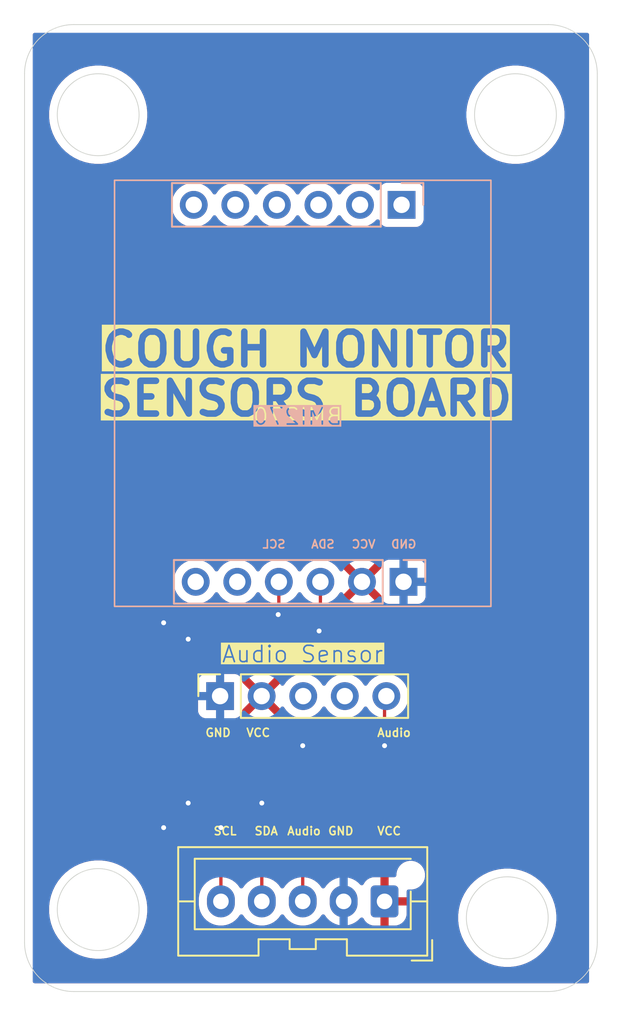
<source format=kicad_pcb>
(kicad_pcb (version 20241229) (generator "pcbnew") (generator_version "9.0")
  (layers (0 "F.Cu" signal) (2 "B.Cu" signal) (13 "F.Paste" user) (15 "B.Paste" user) (5 "F.SilkS" user "F.Silkscreen") (7 "B.SilkS" user "B.Silkscreen") (1 "F.Mask" user) (3 "B.Mask" user) (25 "Edge.Cuts" user))
  (net 0 "")
  (net 2 "GND")
  (net 3 "3.3V")
  (net 5 "/Audio")
  (net 6 "/SCL")
  (net 7 "/SDA")
  (footprint "Connector_JST:JST_XA_B05B-XASK-1-A_1x05_P2.50mm_Vertical" (layer "F.Cu") (at 204 127 180)
    (property "Reference" "J2" (hide yes))
    (property "Value" "Conn_01x05" (hide yes))
    (fp_line (start 12.61 3.31) (end 12.61 -3.31) (stroke (width 0.12)) (layer "F.SilkS"))
    (fp_line (start 12.61 0) (end 11.6 0) (stroke (width 0.12)) (layer "F.SilkS"))
    (fp_line (start 12.61 -3.31) (end 7.7 -3.31) (stroke (width 0.12)) (layer "F.SilkS"))
    (fp_line (start 11.6 2.6) (end -1.6 2.6) (stroke (width 0.12)) (layer "F.SilkS"))
    (fp_line (start 11.6 -1.7) (end 11.6 2.6) (stroke (width 0.12)) (layer "F.SilkS"))
    (fp_line (start 7.7 -2.31) (end 5.8 -2.31) (stroke (width 0.12)) (layer "F.SilkS"))
    (fp_line (start 7.7 -3.31) (end 7.7 -2.31) (stroke (width 0.12)) (layer "F.SilkS"))
    (fp_line (start 5.8 -2.31) (end 5.8 -2.91) (stroke (width 0.12)) (layer "F.SilkS"))
    (fp_line (start 5.8 -2.91) (end 4.2 -2.91) (stroke (width 0.12)) (layer "F.SilkS"))
    (fp_line (start 4.2 -2.31) (end 2.3 -2.31) (stroke (width 0.12)) (layer "F.SilkS"))
    (fp_line (start 4.2 -2.91) (end 4.2 -2.31) (stroke (width 0.12)) (layer "F.SilkS"))
    (fp_line (start 2.3 -2.31) (end 2.3 -3.31) (stroke (width 0.12)) (layer "F.SilkS"))
    (fp_line (start 2.3 -3.31) (end -2.61 -3.31) (stroke (width 0.12)) (layer "F.SilkS"))
    (fp_line (start -1.6 0.6) (end -1.6 -1.7) (stroke (width 0.12)) (layer "F.SilkS"))
    (fp_line (start -1.6 -1.7) (end 11.6 -1.7) (stroke (width 0.12)) (layer "F.SilkS"))
    (fp_line (start -1.66 -3.61) (end -2.91 -3.61) (stroke (width 0.12)) (layer "F.SilkS"))
    (fp_line (start -2.61 3.31) (end 12.61 3.31) (stroke (width 0.12)) (layer "F.SilkS"))
    (fp_line (start -2.61 0) (end -1.6 0) (stroke (width 0.12)) (layer "F.SilkS"))
    (fp_line (start -2.61 -3.31) (end -2.61 3.31) (stroke (width 0.12)) (layer "F.SilkS"))
    (fp_line (start -2.91 -3.61) (end -2.91 -2.36) (stroke (width 0.12)) (layer "F.SilkS"))
    (pad "" np_thru_hole circle (at -1.6 1.6 180) (size 1.25 1.25) (drill 1.25) (layers "*.Cu" "*.Mask"))
    (pad "1" thru_hole roundrect (at 0 0 180) (size 1.7 1.95) (drill 0.95) (layers "*.Cu" "*.Mask") (roundrect_rratio 0.147059) (net 3 "3.3V"))
    (pad "2" thru_hole oval (at 2.5 0 180) (size 1.7 1.95) (drill 0.95) (layers "*.Cu" "*.Mask") (net 2 "GND"))
    (pad "3" thru_hole oval (at 5 0 180) (size 1.7 1.95) (drill 0.95) (layers "*.Cu" "*.Mask") (net 5 "/Audio"))
    (pad "4" thru_hole oval (at 7.5 0 180) (size 1.7 1.95) (drill 0.95) (layers "*.Cu" "*.Mask") (net 7 "/SDA"))
    (pad "5" thru_hole oval (at 10 0 180) (size 1.7 1.95) (drill 0.95) (layers "*.Cu" "*.Mask") (net 6 "/SCL"))
  )
  (footprint "Connector_PinSocket_2.54mm:PinSocket_1x05_P2.54mm_Vertical" (layer "F.Cu") (at 193.95 114.475 90)
    (property "Reference" "J1" (hide yes))
    (property "Value" "Conn_01x05" (hide yes))
    (fp_line (start 1.33 -1.33) (end 1.33 0) (stroke (width 0.12)) (layer "F.SilkS"))
    (fp_line (start 0 -1.33) (end 1.33 -1.33) (stroke (width 0.12)) (layer "F.SilkS"))
    (fp_line (start 1.33 1.27) (end 1.33 11.49) (stroke (width 0.12)) (layer "F.SilkS"))
    (fp_line (start -1.33 1.27) (end 1.33 1.27) (stroke (width 0.12)) (layer "F.SilkS"))
    (fp_line (start -1.33 1.27) (end -1.33 11.49) (stroke (width 0.12)) (layer "F.SilkS"))
    (fp_line (start -1.33 11.49) (end 1.33 11.49) (stroke (width 0.12)) (layer "F.SilkS"))
    (pad "1" thru_hole rect (at 0 0 90) (size 1.7 1.7) (drill 1) (layers "*.Cu" "*.Mask") (net 2 "GND"))
    (pad "2" thru_hole circle (at 0 2.54 90) (size 1.7 1.7) (drill 1) (layers "*.Cu" "*.Mask") (net 3 "3.3V"))
    (pad "3" thru_hole circle (at 0 5.08 90) (size 1.7 1.7) (drill 1) (layers "*.Cu" "*.Mask"))
    (pad "4" thru_hole circle (at 0 7.62 90) (size 1.7 1.7) (drill 1) (layers "*.Cu" "*.Mask"))
    (pad "5" thru_hole circle (at 0 10.16 90) (size 1.7 1.7) (drill 1) (layers "*.Cu" "*.Mask") (net 5 "/Audio"))
  )
  (footprint "Connector_PinSocket_2.54mm:PinSocket_1x06_P2.54mm_Vertical" (layer "B.Cu") (at 205.04 84.5 90)
    (property "Reference" "J3" (hide yes))
    (property "Value" "Conn_01x06" (hide yes))
    (fp_line (start -1.33 -14.03) (end 1.33 -14.03) (stroke (width 0.12)) (layer "B.SilkS"))
    (fp_line (start 1.33 -1.27) (end 1.33 -14.03) (stroke (width 0.12)) (layer "B.SilkS"))
    (fp_line (start -1.33 -1.27) (end -1.33 -14.03) (stroke (width 0.12)) (layer "B.SilkS"))
    (fp_line (start -1.33 -1.27) (end 1.33 -1.27) (stroke (width 0.12)) (layer "B.SilkS"))
    (fp_line (start 1.33 1.33) (end 1.33 0) (stroke (width 0.12)) (layer "B.SilkS"))
    (fp_line (start 0 1.33) (end 1.33 1.33) (stroke (width 0.12)) (layer "B.SilkS"))
    (pad "1" thru_hole rect (at 0 0 90) (size 1.7 1.7) (drill 1) (layers "*.Cu" "*.Mask"))
    (pad "2" thru_hole circle (at 0 -2.54 90) (size 1.7 1.7) (drill 1) (layers "*.Cu" "*.Mask"))
    (pad "3" thru_hole circle (at 0 -5.08 90) (size 1.7 1.7) (drill 1) (layers "*.Cu" "*.Mask"))
    (pad "4" thru_hole circle (at 0 -7.62 90) (size 1.7 1.7) (drill 1) (layers "*.Cu" "*.Mask"))
    (pad "5" thru_hole circle (at 0 -10.16 90) (size 1.7 1.7) (drill 1) (layers "*.Cu" "*.Mask"))
    (pad "6" thru_hole circle (at 0 -12.7 90) (size 1.7 1.7) (drill 1) (layers "*.Cu" "*.Mask"))
  )
  (footprint "Connector_PinSocket_2.54mm:PinSocket_1x06_P2.54mm_Vertical" (layer "B.Cu") (at 205.16 107.5 90)
    (property "Reference" "J4" (hide yes))
    (property "Value" "Conn_01x06" (hide yes))
    (fp_line (start -1.33 -14.03) (end 1.33 -14.03) (stroke (width 0.12)) (layer "B.SilkS"))
    (fp_line (start 1.33 -1.27) (end 1.33 -14.03) (stroke (width 0.12)) (layer "B.SilkS"))
    (fp_line (start -1.33 -1.27) (end -1.33 -14.03) (stroke (width 0.12)) (layer "B.SilkS"))
    (fp_line (start -1.33 -1.27) (end 1.33 -1.27) (stroke (width 0.12)) (layer "B.SilkS"))
    (fp_line (start 1.33 1.33) (end 1.33 0) (stroke (width 0.12)) (layer "B.SilkS"))
    (fp_line (start 0 1.33) (end 1.33 1.33) (stroke (width 0.12)) (layer "B.SilkS"))
    (pad "1" thru_hole rect (at 0 0 90) (size 1.7 1.7) (drill 1) (layers "*.Cu" "*.Mask") (net 2 "GND"))
    (pad "2" thru_hole circle (at 0 -2.54 90) (size 1.7 1.7) (drill 1) (layers "*.Cu" "*.Mask") (net 3 "3.3V"))
    (pad "3" thru_hole circle (at 0 -5.08 90) (size 1.7 1.7) (drill 1) (layers "*.Cu" "*.Mask") (net 7 "/SDA"))
    (pad "4" thru_hole circle (at 0 -7.62 90) (size 1.7 1.7) (drill 1) (layers "*.Cu" "*.Mask") (net 6 "/SCL"))
    (pad "5" thru_hole circle (at 0 -10.16 90) (size 1.7 1.7) (drill 1) (layers "*.Cu" "*.Mask"))
    (pad "6" thru_hole circle (at 0 -12.7 90) (size 1.7 1.7) (drill 1) (layers "*.Cu" "*.Mask"))
  )
  (gr_rect (start 187.5 83) (end 210.5 109) (stroke (width 0.1)) (fill no) (layer "B.SilkS"))
  (gr_circle (center 186.5 79) (end 189 79) (stroke (width 0.05)) (fill no) (layer "Edge.Cuts"))
  (gr_arc (start 185 132.5) (mid 182.87868 131.62132) (end 182 129.5) (stroke (width 0.05)) (layer "Edge.Cuts"))
  (gr_line (start 214 132.5) (end 185 132.5) (stroke (width 0.05)) (layer "Edge.Cuts"))
  (gr_line (start 185 73.5) (end 214 73.5) (stroke (width 0.05)) (layer "Edge.Cuts"))
  (gr_line (start 182 129.5) (end 182 76.5) (stroke (width 0.05)) (layer "Edge.Cuts"))
  (gr_circle (center 212 79) (end 214.5 79) (stroke (width 0.05)) (fill no) (layer "Edge.Cuts"))
  (gr_circle (center 211.5 128) (end 214 128) (stroke (width 0.05)) (fill no) (layer "Edge.Cuts"))
  (gr_arc (start 214 73.5) (mid 216.12132 74.37868) (end 217 76.5) (stroke (width 0.05)) (layer "Edge.Cuts"))
  (gr_line (start 217 76.5) (end 217 129.5) (stroke (width 0.05)) (layer "Edge.Cuts"))
  (gr_circle (center 186.5 127.5) (end 189 127.5) (stroke (width 0.05)) (fill no) (layer "Edge.Cuts"))
  (gr_arc (start 217 129.5) (mid 216.12132 131.62132) (end 214 132.5) (stroke (width 0.05)) (layer "Edge.Cuts"))
  (gr_arc (start 182 76.5) (mid 182.87868 74.37868) (end 185 73.5) (stroke (width 0.05)) (layer "Edge.Cuts"))
  (gr_text "Audio" (at 198 123 0) (layer "F.SilkS") (effects (font (size 0.5 0.5) (thickness 0.1)) (justify left bottom)))
  (gr_text "Audio" (at 203.5 117 0) (layer "F.SilkS") (effects (font (size 0.5 0.5) (thickness 0.1)) (justify left bottom)))
  (gr_text "SDA" (at 196 123 -0) (layer "F.SilkS") (effects (font (size 0.5 0.5) (thickness 0.1)) (justify left bottom)))
  (gr_text "COUGH MONITOR" (at 186.5 94.5 0) (layer "F.SilkS" knockout) (effects (font (size 2 2) (thickness 0.4) (bold yes)) (justify left bottom)))
  (gr_text "GND" (at 193 117 -0) (layer "F.SilkS") (effects (font (size 0.5 0.5) (thickness 0.1)) (justify left bottom)))
  (gr_text "GND" (at 200.5 123 -0) (layer "F.SilkS") (effects (font (size 0.5 0.5) (thickness 0.1)) (justify left bottom)))
  (gr_text "SENSORS BOARD" (at 199.225 97.5 0) (layer "F.SilkS" knockout) (effects (font (size 2 2) (thickness 0.4) (bold yes)) (justify bottom)))
  (gr_text "VCC" (at 195.5 117 -0) (layer "F.SilkS") (effects (font (size 0.5 0.5) (thickness 0.1)) (justify left bottom)))
  (gr_text "SCL" (at 193.5 123 -0) (layer "F.SilkS") (effects (font (size 0.5 0.5) (thickness 0.1)) (justify left bottom)))
  (gr_text "Audio Sensor" (at 194 112.5 0) (layer "F.SilkS" knockout) (effects (font (size 1 1) (thickness 0.1)) (justify left bottom)))
  (gr_text "VCC" (at 203.5 123 -0) (layer "F.SilkS") (effects (font (size 0.5 0.5) (thickness 0.1)) (justify left bottom)))
  (gr_text "VCC" (at 203.5 105.5 0) (layer "B.SilkS") (effects (font (size 0.5 0.5) (thickness 0.1)) (justify left bottom mirror)))
  (gr_text "GND" (at 206 105.5 0) (layer "B.SilkS") (effects (font (size 0.5 0.5) (thickness 0.1)) (justify left bottom mirror)))
  (gr_text "BMI270" (at 201.5 98 0) (layer "B.SilkS" knockout) (effects (font (size 1 1) (thickness 0.1)) (justify left bottom mirror)))
  (gr_text "SCL" (at 198 105.5 0) (layer "B.SilkS") (effects (font (size 0.5 0.5) (thickness 0.1)) (justify left bottom mirror)))
  (gr_text "SDA" (at 201 105.5 0) (layer "B.SilkS") (effects (font (size 0.5 0.5) (thickness 0.1)) (justify left bottom mirror)))
  (segment (start 199 117.5) (end 199 127) (width 0.2) (layer "F.Cu") (net 5))
  (segment (start 204 114.585) (end 204 117.5) (width 0.2) (layer "F.Cu") (net 5))
  (segment (start 204.11 114.475) (end 204 114.585) (width 0.2) (layer "F.Cu") (net 5))
  (via (at 204 117.5) (size 0.6) (drill 0.3) (layers "F.Cu" "B.Cu") (net 5))
  (via (at 199 117.5) (size 0.6) (drill 0.3) (layers "F.Cu" "B.Cu") (net 5))
  (segment (start 204 117.5) (end 199 117.5) (width 0.2) (layer "B.Cu") (net 5))
  (segment (start 194 122.5) (end 194 127) (width 0.2) (layer "F.Cu") (net 6))
  (segment (start 197.54 107.5) (end 197.54 109.46) (width 0.2) (layer "F.Cu") (net 6))
  (segment (start 190.5 110) (end 190.5 122.5) (width 0.2) (layer "F.Cu") (net 6))
  (segment (start 197.54 109.46) (end 197.5 109.5) (width 0.2) (layer "F.Cu") (net 6))
  (via (at 194 122.5) (size 0.6) (drill 0.3) (layers "F.Cu" "B.Cu") (net 6))
  (via (at 190.5 122.5) (size 0.6) (drill 0.3) (layers "F.Cu" "B.Cu") (net 6))
  (via (at 190.5 110) (size 0.6) (drill 0.3) (layers "F.Cu" "B.Cu") (net 6))
  (via (at 197.5 109.5) (size 0.6) (drill 0.3) (layers "F.Cu" "B.Cu") (net 6))
  (segment (start 197.5 109.5) (end 191 109.5) (width 0.2) (layer "B.Cu") (net 6))
  (segment (start 191 109.5) (end 190.5 110) (width 0.2) (layer "B.Cu") (net 6))
  (segment (start 190.5 122.5) (end 194 122.5) (width 0.2) (layer "B.Cu") (net 6))
  (segment (start 196.5 121) (end 196.5 127) (width 0.2) (layer "F.Cu") (net 7))
  (segment (start 200.08 107.5) (end 200.08 110.42) (width 0.2) (layer "F.Cu") (net 7))
  (segment (start 200.08 110.42) (end 200 110.5) (width 0.2) (layer "F.Cu") (net 7))
  (segment (start 192 111) (end 192 121) (width 0.2) (layer "F.Cu") (net 7))
  (via (at 196.5 121) (size 0.6) (drill 0.3) (layers "F.Cu" "B.Cu") (net 7))
  (via (at 200 110.5) (size 0.6) (drill 0.3) (layers "F.Cu" "B.Cu") (net 7))
  (via (at 192 121) (size 0.6) (drill 0.3) (layers "F.Cu" "B.Cu") (net 7))
  (via (at 192 111) (size 0.6) (drill 0.3) (layers "F.Cu" "B.Cu") (net 7))
  (segment (start 192 121) (end 196.5 121) (width 0.2) (layer "B.Cu") (net 7))
  (segment (start 200 110.5) (end 192.5 110.5) (width 0.2) (layer "B.Cu") (net 7))
  (segment (start 192.5 110.5) (end 192 111) (width 0.2) (layer "B.Cu") (net 7))
  (zone (net 3) (net_name "3.3V") (layer "F.Cu") (connect_pads (clearance 0.5)) (min_thickness 0.25) (fill yes (thermal_gap 0.5) (thermal_bridge_width 0.5))
    (polygon (pts (xy 180.5 72.5) (xy 180.5 134.5) (xy 219.5 134.5) (xy 219.5 72)))
  )
  (zone (net 2) (net_name "GND") (layer "B.Cu") (priority 1) (connect_pads (clearance 0.5)) (min_thickness 0.25) (fill yes (thermal_gap 0.5) (thermal_bridge_width 0.5))
    (polygon (pts (xy 180.5 72.5) (xy 180.5 134.5) (xy 219.5 134.5) (xy 219.5 72)))
  )
)
</source>
